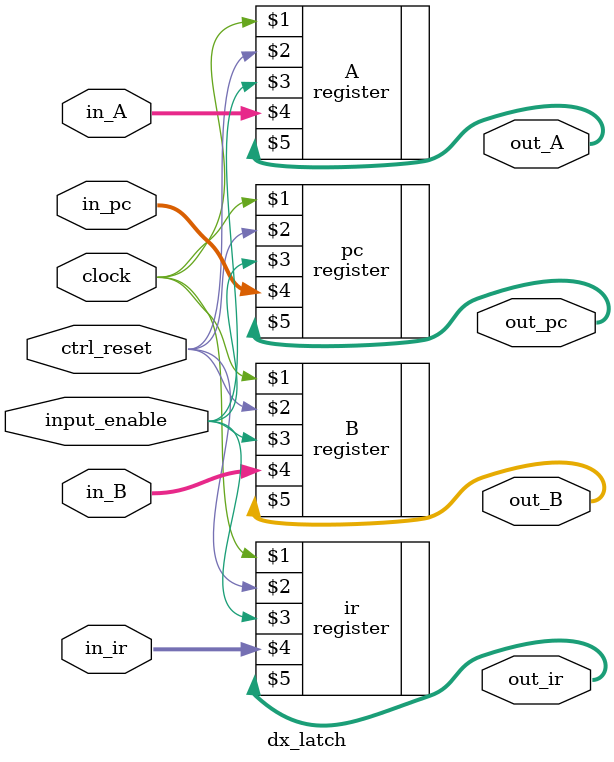
<source format=v>
module dx_latch(
    in_A, in_B, in_ir, in_pc,
    out_A, out_B, out_ir, out_pc,
    clock, ctrl_reset, input_enable);

    input clock, ctrl_reset, input_enable;
    input [31:0] in_A, in_B, in_ir, in_pc;
    output [31:0] out_A, out_B, out_ir, out_pc;

    register pc (clock, ctrl_reset, input_enable, in_pc, out_pc);
    register A (clock, ctrl_reset, input_enable, in_A, out_A);
    register B (clock, ctrl_reset, input_enable, in_B, out_B);    
    register ir (clock, ctrl_reset, input_enable, in_ir, out_ir);

endmodule
</source>
